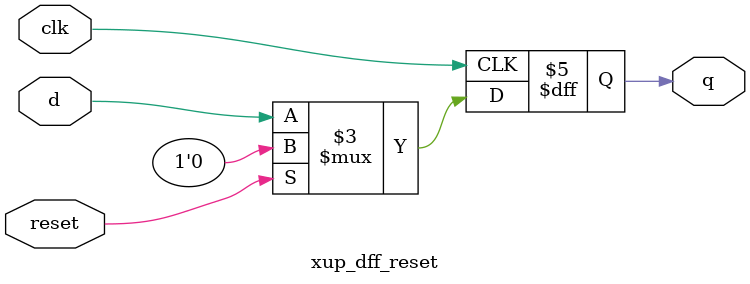
<source format=v>
`timescale 1ns / 1ps
module xup_dff_reset #(parameter DELAY = 3)(
    input d,
    input clk, 
    input  reset,
    output q
    );
    reg q;
    
    always @(posedge clk)
    begin 
        if(reset)
            q<= #DELAY 0;
        else  
            q<= #DELAY d;            
    end
    
endmodule

</source>
